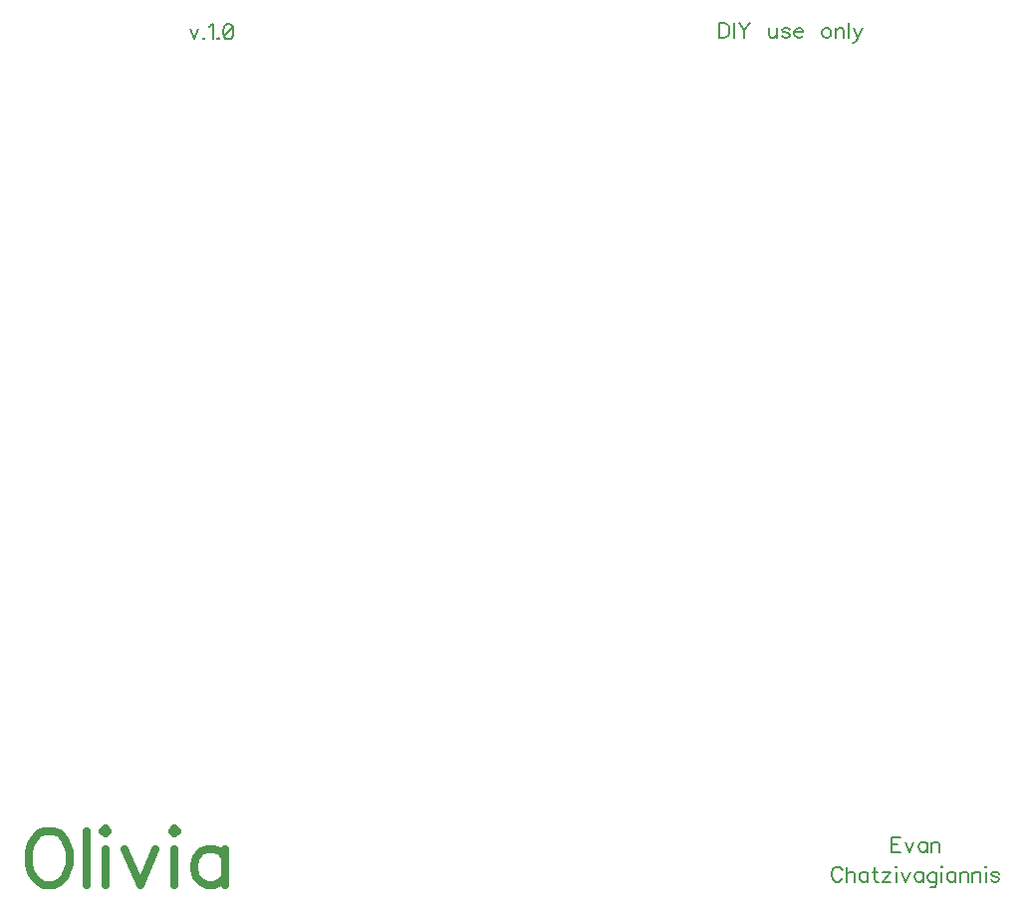
<source format=gbr>
G04 DipTrace 2.3.1.0*
%INTopAssy.gbr*%
%MOIN*%
%ADD78C,0.0077*%
%ADD79C,0.0278*%
%FSLAX44Y44*%
G04*
G70*
G90*
G75*
G01*
%LNTopAssy*%
%LPD*%
X8516Y6826D2*
D79*
X8343Y6741D1*
X8172Y6568D1*
X8084Y6397D1*
X7999Y6138D1*
Y5706D1*
X8084Y5450D1*
X8172Y5277D1*
X8343Y5105D1*
X8516Y5018D1*
X8860D1*
X9031Y5105D1*
X9205Y5277D1*
X9290Y5450D1*
X9376Y5706D1*
Y6138D1*
X9290Y6397D1*
X9205Y6568D1*
X9031Y6741D1*
X8860Y6826D1*
X8516D1*
X9931D2*
Y5018D1*
X10487Y6826D2*
X10573Y6741D1*
X10660Y6826D1*
X10573Y6914D1*
X10487Y6826D1*
X10573Y6224D2*
Y5018D1*
X11216Y6224D2*
X11734Y5018D1*
X12249Y6224D1*
X12805Y6826D2*
X12890Y6741D1*
X12978Y6826D1*
X12890Y6914D1*
X12805Y6826D1*
X12890Y6224D2*
Y5018D1*
X14566Y6224D2*
Y5018D1*
Y5965D2*
X14395Y6138D1*
X14222Y6224D1*
X13965D1*
X13792Y6138D1*
X13621Y5965D1*
X13534Y5706D1*
Y5535D1*
X13621Y5277D1*
X13792Y5105D1*
X13965Y5018D1*
X14222D1*
X14395Y5105D1*
X14566Y5277D1*
X13398Y33677D2*
D78*
X13542Y33342D1*
X13685Y33677D1*
X13863Y33390D2*
X13840Y33366D1*
X13863Y33342D1*
X13888Y33366D1*
X13863Y33390D1*
X14042Y33748D2*
X14090Y33773D1*
X14162Y33844D1*
Y33342D1*
X14340Y33390D2*
X14316Y33366D1*
X14340Y33342D1*
X14365Y33366D1*
X14340Y33390D1*
X14663Y33844D2*
X14591Y33820D1*
X14543Y33748D1*
X14519Y33629D1*
Y33557D1*
X14543Y33438D1*
X14591Y33366D1*
X14663Y33342D1*
X14710D1*
X14782Y33366D1*
X14830Y33438D1*
X14854Y33557D1*
Y33629D1*
X14830Y33748D1*
X14782Y33820D1*
X14710Y33844D1*
X14663D1*
X14830Y33748D2*
X14543Y33438D1*
X31120Y33885D2*
Y33383D1*
X31288D1*
X31360Y33407D1*
X31408Y33455D1*
X31432Y33503D1*
X31455Y33574D1*
Y33694D1*
X31432Y33766D1*
X31408Y33813D1*
X31360Y33861D1*
X31288Y33885D1*
X31120D1*
X31610D2*
Y33383D1*
X31764Y33885D2*
X31955Y33646D1*
Y33383D1*
X32147Y33885D2*
X31955Y33646D1*
X32787Y33718D2*
Y33478D1*
X32811Y33407D1*
X32859Y33383D1*
X32931D1*
X32978Y33407D1*
X33050Y33478D1*
Y33718D2*
Y33383D1*
X33468Y33646D2*
X33444Y33694D1*
X33372Y33718D1*
X33300D1*
X33228Y33694D1*
X33205Y33646D1*
X33228Y33598D1*
X33276Y33574D1*
X33396Y33550D1*
X33444Y33526D1*
X33468Y33478D1*
Y33455D1*
X33444Y33407D1*
X33372Y33383D1*
X33300D1*
X33228Y33407D1*
X33205Y33455D1*
X33622Y33574D2*
X33909D1*
Y33622D1*
X33885Y33670D1*
X33861Y33694D1*
X33813Y33718D1*
X33741D1*
X33694Y33694D1*
X33646Y33646D1*
X33622Y33574D1*
Y33526D1*
X33646Y33455D1*
X33694Y33407D1*
X33741Y33383D1*
X33813D1*
X33861Y33407D1*
X33909Y33455D1*
X34669Y33718D2*
X34621Y33694D1*
X34573Y33646D1*
X34549Y33574D1*
Y33526D1*
X34573Y33455D1*
X34621Y33407D1*
X34669Y33383D1*
X34741D1*
X34789Y33407D1*
X34836Y33455D1*
X34860Y33526D1*
Y33574D1*
X34836Y33646D1*
X34789Y33694D1*
X34741Y33718D1*
X34669D1*
X35015D2*
Y33383D1*
Y33622D2*
X35087Y33694D1*
X35135Y33718D1*
X35206D1*
X35254Y33694D1*
X35278Y33622D1*
Y33383D1*
X35432Y33885D2*
Y33383D1*
X35611Y33718D2*
X35754Y33383D1*
X35707Y33287D1*
X35659Y33239D1*
X35611Y33215D1*
X35587D1*
X35898Y33718D2*
X35754Y33383D1*
X37181Y6635D2*
X36870D1*
Y6133D1*
X37181D1*
X36870Y6396D2*
X37062D1*
X37335Y6468D2*
X37479Y6133D1*
X37622Y6468D1*
X38064D2*
Y6133D1*
Y6396D2*
X38016Y6444D1*
X37968Y6468D1*
X37897D1*
X37849Y6444D1*
X37801Y6396D1*
X37777Y6324D1*
Y6276D1*
X37801Y6205D1*
X37849Y6157D1*
X37897Y6133D1*
X37968D1*
X38016Y6157D1*
X38064Y6205D1*
X38218Y6468D2*
Y6133D1*
Y6372D2*
X38290Y6444D1*
X38338Y6468D1*
X38409D1*
X38457Y6444D1*
X38481Y6372D1*
Y6133D1*
X35229Y5516D2*
X35205Y5563D1*
X35157Y5611D1*
X35110Y5635D1*
X35014D1*
X34966Y5611D1*
X34919Y5563D1*
X34894Y5516D1*
X34870Y5444D1*
Y5324D1*
X34894Y5253D1*
X34919Y5205D1*
X34966Y5157D1*
X35014Y5133D1*
X35110D1*
X35157Y5157D1*
X35205Y5205D1*
X35229Y5253D1*
X35384Y5635D2*
Y5133D1*
Y5372D2*
X35455Y5444D1*
X35504Y5468D1*
X35575D1*
X35623Y5444D1*
X35647Y5372D1*
Y5133D1*
X36088Y5468D2*
Y5133D1*
Y5396D2*
X36040Y5444D1*
X35992Y5468D1*
X35921D1*
X35873Y5444D1*
X35825Y5396D1*
X35801Y5324D1*
Y5276D1*
X35825Y5205D1*
X35873Y5157D1*
X35921Y5133D1*
X35992D1*
X36040Y5157D1*
X36088Y5205D1*
X36314Y5635D2*
Y5228D1*
X36338Y5157D1*
X36386Y5133D1*
X36434D1*
X36242Y5468D2*
X36410D1*
X36588D2*
X36851D1*
X36588Y5133D1*
X36851D1*
X37005Y5635D2*
X37029Y5611D1*
X37053Y5635D1*
X37029Y5659D1*
X37005Y5635D1*
X37029Y5468D2*
Y5133D1*
X37208Y5468D2*
X37352Y5133D1*
X37495Y5468D1*
X37936D2*
Y5133D1*
Y5396D2*
X37888Y5444D1*
X37840Y5468D1*
X37769D1*
X37721Y5444D1*
X37673Y5396D1*
X37649Y5324D1*
Y5276D1*
X37673Y5205D1*
X37721Y5157D1*
X37769Y5133D1*
X37840D1*
X37888Y5157D1*
X37936Y5205D1*
X38377Y5444D2*
Y5061D1*
X38353Y4990D1*
X38330Y4965D1*
X38282Y4942D1*
X38210D1*
X38162Y4965D1*
X38377Y5372D2*
X38330Y5420D1*
X38282Y5444D1*
X38210D1*
X38162Y5420D1*
X38114Y5372D1*
X38090Y5300D1*
Y5252D1*
X38114Y5181D1*
X38162Y5133D1*
X38210Y5109D1*
X38282D1*
X38330Y5133D1*
X38377Y5181D1*
X38532Y5635D2*
X38555Y5611D1*
X38580Y5635D1*
X38555Y5659D1*
X38532Y5635D1*
X38555Y5468D2*
Y5133D1*
X39021Y5468D2*
Y5133D1*
Y5396D2*
X38973Y5444D1*
X38925Y5468D1*
X38854D1*
X38806Y5444D1*
X38758Y5396D1*
X38734Y5324D1*
Y5276D1*
X38758Y5205D1*
X38806Y5157D1*
X38854Y5133D1*
X38925D1*
X38973Y5157D1*
X39021Y5205D1*
X39175Y5468D2*
Y5133D1*
Y5372D2*
X39247Y5444D1*
X39295Y5468D1*
X39367D1*
X39415Y5444D1*
X39438Y5372D1*
Y5133D1*
X39593Y5468D2*
Y5133D1*
Y5372D2*
X39665Y5444D1*
X39713Y5468D1*
X39784D1*
X39832Y5444D1*
X39856Y5372D1*
Y5133D1*
X40010Y5635D2*
X40034Y5611D1*
X40058Y5635D1*
X40034Y5659D1*
X40010Y5635D1*
X40034Y5468D2*
Y5133D1*
X40476Y5396D2*
X40452Y5444D1*
X40380Y5468D1*
X40308D1*
X40237Y5444D1*
X40213Y5396D1*
X40237Y5348D1*
X40285Y5324D1*
X40404Y5300D1*
X40452Y5276D1*
X40476Y5228D1*
Y5205D1*
X40452Y5157D1*
X40380Y5133D1*
X40308D1*
X40237Y5157D1*
X40213Y5205D1*
M02*

</source>
